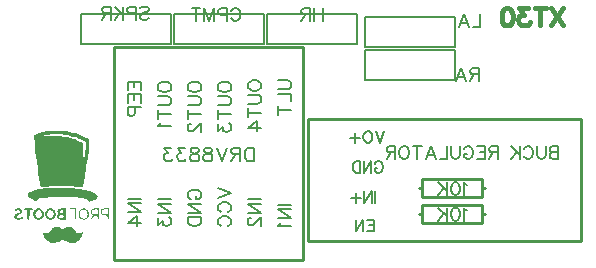
<source format=gbo>
G04 Layer: BottomSilkscreenLayer*
G04 EasyEDA v6.5.22, 2023-03-28 23:00:35*
G04 5c3957acffbf4fda84b53d144d602fd1,1f4b798e1f424c36b07c5063a1ef9d4e,10*
G04 Gerber Generator version 0.2*
G04 Scale: 100 percent, Rotated: No, Reflected: No *
G04 Dimensions in millimeters *
G04 leading zeros omitted , absolute positions ,4 integer and 5 decimal *
%FSLAX45Y45*%
%MOMM*%

%ADD10C,0.4000*%
%ADD11C,0.1524*%
%ADD12C,0.2032*%
%ADD13C,0.2000*%
%ADD14C,0.2540*%
%ADD15C,0.2030*%
%ADD16C,0.0148*%

%LPD*%
G36*
X385826Y1414780D02*
G01*
X356260Y1414170D01*
X341731Y1413560D01*
X327660Y1412697D01*
X301498Y1410309D01*
X289864Y1408785D01*
X279400Y1407058D01*
X270306Y1405128D01*
X260045Y1402232D01*
X246532Y1397711D01*
X233222Y1392732D01*
X221792Y1387856D01*
X197815Y1375460D01*
X198311Y1368094D01*
X267411Y1368094D01*
X271272Y1370177D01*
X284327Y1375460D01*
X292506Y1377594D01*
X302615Y1379474D01*
X314350Y1381048D01*
X327456Y1382369D01*
X341680Y1383385D01*
X356666Y1384096D01*
X372262Y1384503D01*
X403961Y1384350D01*
X419557Y1383741D01*
X434593Y1382826D01*
X448818Y1381556D01*
X461975Y1379982D01*
X474218Y1377950D01*
X487324Y1375257D01*
X501396Y1372006D01*
X530961Y1364081D01*
X553212Y1357325D01*
X567537Y1352600D01*
X580999Y1347825D01*
X593344Y1343152D01*
X604316Y1338630D01*
X613460Y1334312D01*
X620623Y1330401D01*
X624992Y1327505D01*
X628599Y1324457D01*
X631494Y1320952D01*
X633628Y1316482D01*
X635000Y1310741D01*
X635711Y1303274D01*
X635762Y1293774D01*
X635101Y1281734D01*
X633780Y1266901D01*
X629310Y1227023D01*
X619963Y1152347D01*
X616762Y1128217D01*
X614172Y1110843D01*
X612140Y1100124D01*
X611378Y1097280D01*
X610666Y1096060D01*
X610412Y1096111D01*
X609904Y1097381D01*
X609295Y1104950D01*
X609041Y1119073D01*
X609650Y1166926D01*
X612851Y1313484D01*
X573278Y1331468D01*
X562457Y1335938D01*
X551332Y1340256D01*
X539800Y1344269D01*
X528015Y1348079D01*
X515924Y1351635D01*
X503631Y1354937D01*
X491083Y1357985D01*
X478332Y1360779D01*
X452424Y1365554D01*
X426008Y1369263D01*
X412699Y1370736D01*
X399338Y1371904D01*
X372668Y1373378D01*
X346202Y1373733D01*
X333095Y1373428D01*
X320090Y1372870D01*
X307289Y1372006D01*
X294640Y1370787D01*
X269087Y1367586D01*
X267411Y1368094D01*
X198311Y1368094D01*
X202234Y1311402D01*
X204063Y1289862D01*
X208838Y1242669D01*
X213258Y1204417D01*
X220217Y1150924D01*
X228041Y1095959D01*
X234442Y1054760D01*
X241147Y1014323D01*
X248970Y970635D01*
X252323Y954176D01*
X253796Y948385D01*
X255219Y944016D01*
X256641Y940816D01*
X258064Y938733D01*
X259638Y937564D01*
X261416Y937158D01*
X263398Y937310D01*
X267462Y938377D01*
X272542Y939241D01*
X288137Y940816D01*
X309829Y942136D01*
X336296Y943152D01*
X366115Y943914D01*
X398018Y944321D01*
X438607Y944422D01*
X470052Y944067D01*
X499059Y943406D01*
X524306Y942340D01*
X544372Y940917D01*
X565099Y939037D01*
X581609Y937920D01*
X594106Y937463D01*
X602996Y937768D01*
X606196Y938123D01*
X608584Y938733D01*
X610260Y939444D01*
X611225Y940409D01*
X612038Y942543D01*
X615442Y956868D01*
X619302Y975918D01*
X629005Y1028192D01*
X640892Y1097381D01*
X650036Y1155192D01*
X653440Y1178966D01*
X656539Y1204112D01*
X659536Y1233119D01*
X662127Y1262329D01*
X664006Y1288186D01*
X667308Y1343964D01*
X624586Y1365199D01*
X615594Y1369364D01*
X606145Y1373378D01*
X596392Y1377238D01*
X586181Y1380998D01*
X575614Y1384604D01*
X553364Y1391412D01*
X529488Y1397609D01*
X504037Y1403350D01*
X476910Y1408480D01*
X464870Y1410462D01*
X453796Y1411833D01*
X441655Y1412951D01*
X414832Y1414373D01*
G37*
G36*
X435508Y933094D02*
G01*
X410209Y932687D01*
X382778Y931875D01*
X333552Y929436D01*
X306882Y927608D01*
X282956Y925525D01*
X262940Y923239D01*
X249580Y921258D01*
X232460Y918260D01*
X216814Y915009D01*
X202590Y911504D01*
X189941Y907745D01*
X178765Y903782D01*
X169113Y899566D01*
X161036Y895146D01*
X157581Y892860D01*
X154533Y890524D01*
X151892Y888136D01*
X149606Y885698D01*
X147777Y883208D01*
X146354Y880668D01*
X145288Y878078D01*
X144678Y875436D01*
X144475Y872794D01*
X144729Y869086D01*
X145491Y865530D01*
X146761Y862177D01*
X148691Y858875D01*
X151231Y855675D01*
X154432Y852474D01*
X158394Y849274D01*
X163169Y846023D01*
X168706Y842721D01*
X182422Y835609D01*
X210058Y823112D01*
X215798Y820877D01*
X219608Y819912D01*
X221945Y820267D01*
X223367Y821842D01*
X225806Y830173D01*
X227787Y833272D01*
X231038Y836066D01*
X235610Y838555D01*
X241604Y840841D01*
X249275Y842873D01*
X258622Y844702D01*
X269798Y846277D01*
X282905Y847699D01*
X298094Y848918D01*
X335178Y850950D01*
X381965Y852474D01*
X427532Y853389D01*
X467359Y853541D01*
X503529Y852982D01*
X535990Y851763D01*
X564692Y849884D01*
X577646Y848664D01*
X589584Y847293D01*
X600557Y845769D01*
X610565Y844042D01*
X619556Y842213D01*
X627583Y840181D01*
X634593Y837996D01*
X640588Y835609D01*
X645566Y833119D01*
X649478Y830427D01*
X652373Y827633D01*
X654253Y824636D01*
X656742Y818032D01*
X659841Y815390D01*
X664972Y814832D01*
X672846Y815949D01*
X680618Y818083D01*
X690321Y821486D01*
X700735Y825753D01*
X710641Y830427D01*
X718769Y835101D01*
X725322Y840079D01*
X730300Y845312D01*
X733602Y850696D01*
X735279Y856183D01*
X735228Y861771D01*
X733450Y867308D01*
X729945Y872744D01*
X726389Y876604D01*
X721969Y880364D01*
X716737Y884072D01*
X710742Y887628D01*
X703935Y891082D01*
X696315Y894435D01*
X687984Y897686D01*
X678840Y900836D01*
X658317Y906780D01*
X646887Y909574D01*
X621893Y914806D01*
X594055Y919581D01*
X563372Y923848D01*
X529945Y927608D01*
X493776Y930859D01*
X474726Y932281D01*
X457454Y932942D01*
G37*
G36*
X467258Y758545D02*
G01*
X428548Y756564D01*
X421589Y755853D01*
X415899Y754938D01*
X411226Y753770D01*
X407416Y752246D01*
X404368Y750366D01*
X401828Y748080D01*
X399694Y745286D01*
X396595Y739546D01*
X395579Y734415D01*
X396384Y730199D01*
X415137Y730199D01*
X415950Y735126D01*
X418592Y738530D01*
X423570Y740664D01*
X431292Y741934D01*
X439928Y742391D01*
X444804Y741070D01*
X446938Y737311D01*
X447395Y730199D01*
X446938Y723138D01*
X444804Y719328D01*
X439928Y718007D01*
X431292Y718464D01*
X423570Y719734D01*
X418592Y721918D01*
X415950Y725271D01*
X415137Y730199D01*
X396384Y730199D01*
X396646Y728827D01*
X403148Y714502D01*
X404266Y710031D01*
X403098Y707288D01*
X399745Y705408D01*
X397052Y703122D01*
X394817Y699008D01*
X393344Y693572D01*
X392985Y689660D01*
X412648Y689660D01*
X413207Y696315D01*
X415645Y700176D01*
X420878Y701903D01*
X430022Y702310D01*
X439166Y701903D01*
X444449Y700176D01*
X446836Y696315D01*
X447395Y689660D01*
X446836Y683006D01*
X444449Y679145D01*
X439166Y677418D01*
X430022Y677011D01*
X420878Y677418D01*
X415645Y679145D01*
X413207Y683006D01*
X412648Y689660D01*
X392985Y689660D01*
X392785Y687476D01*
X393039Y682853D01*
X393801Y678789D01*
X395122Y675233D01*
X397052Y672134D01*
X399592Y669493D01*
X402894Y667308D01*
X406908Y665530D01*
X411683Y664108D01*
X417322Y663041D01*
X423824Y662330D01*
X431241Y661924D01*
X467258Y661771D01*
G37*
G36*
X806094Y758088D02*
G01*
X799134Y757834D01*
X792683Y757224D01*
X786790Y756107D01*
X781405Y754634D01*
X776579Y752703D01*
X772363Y750417D01*
X768756Y747725D01*
X765759Y744728D01*
X763371Y741324D01*
X761695Y737565D01*
X760628Y733450D01*
X760272Y729030D01*
X760670Y724255D01*
X770534Y724255D01*
X770940Y730504D01*
X772718Y737819D01*
X775208Y742848D01*
X779627Y745947D01*
X786841Y747522D01*
X797864Y747928D01*
X819861Y747928D01*
X819861Y707390D01*
X797864Y707390D01*
X789686Y707847D01*
X782980Y709218D01*
X777748Y711504D01*
X773938Y714806D01*
X771550Y719023D01*
X770534Y724255D01*
X760670Y724255D01*
X760882Y721715D01*
X762762Y715314D01*
X765759Y709879D01*
X769975Y705408D01*
X775360Y701852D01*
X781913Y699312D01*
X789533Y697788D01*
X798322Y697280D01*
X810666Y696976D01*
X814527Y696264D01*
X817118Y694994D01*
X818692Y692861D01*
X819505Y689711D01*
X819810Y685342D01*
X819861Y679551D01*
X820267Y672642D01*
X821334Y667004D01*
X822909Y663194D01*
X824839Y661771D01*
X825906Y662686D01*
X826871Y665276D01*
X827735Y669442D01*
X828446Y675081D01*
X829462Y690321D01*
X829818Y709930D01*
X829818Y758088D01*
G37*
G36*
X720547Y758088D02*
G01*
X713435Y757783D01*
X706780Y756869D01*
X700735Y755396D01*
X695248Y753465D01*
X690372Y751078D01*
X686155Y748233D01*
X682599Y745032D01*
X679754Y741527D01*
X677672Y737717D01*
X676351Y733704D01*
X675792Y729488D01*
X676008Y725779D01*
X687019Y725779D01*
X687324Y731367D01*
X688594Y736447D01*
X690829Y740410D01*
X694690Y743407D01*
X700684Y745794D01*
X708101Y747369D01*
X716178Y747928D01*
X727303Y747623D01*
X730707Y746861D01*
X732993Y745388D01*
X734415Y742950D01*
X735126Y739343D01*
X735431Y734314D01*
X735431Y707390D01*
X713181Y707390D01*
X701344Y707796D01*
X694182Y709574D01*
X690168Y713435D01*
X687832Y720140D01*
X687019Y725779D01*
X676008Y725779D01*
X677214Y720699D01*
X679196Y716178D01*
X682142Y711657D01*
X686054Y707136D01*
X696214Y696772D01*
X685647Y679297D01*
X681939Y672490D01*
X679602Y666902D01*
X678942Y663194D01*
X680008Y661771D01*
X682802Y663194D01*
X686663Y667004D01*
X691184Y672642D01*
X701598Y688086D01*
X707237Y693521D01*
X713486Y696417D01*
X720953Y697280D01*
X728827Y696772D01*
X733196Y694486D01*
X735076Y689152D01*
X735838Y672642D01*
X736904Y667004D01*
X738479Y663194D01*
X740410Y661771D01*
X741476Y662686D01*
X742442Y665276D01*
X743305Y669442D01*
X744016Y675081D01*
X745032Y690321D01*
X745388Y709930D01*
X745388Y758088D01*
G37*
G36*
X618744Y758088D02*
G01*
X614172Y757682D01*
X609498Y756615D01*
X604875Y754888D01*
X600252Y752602D01*
X595833Y749808D01*
X591667Y746556D01*
X587756Y742899D01*
X584250Y738936D01*
X581202Y734720D01*
X578662Y730300D01*
X576783Y725779D01*
X575513Y721207D01*
X574751Y715365D01*
X574551Y709726D01*
X586232Y709726D01*
X586435Y715670D01*
X587146Y721461D01*
X588416Y726897D01*
X590245Y731875D01*
X592632Y736142D01*
X595528Y739546D01*
X600608Y743204D01*
X606602Y745744D01*
X613105Y747217D01*
X619861Y747623D01*
X626516Y746963D01*
X632815Y745236D01*
X638352Y742492D01*
X642823Y738682D01*
X646125Y733450D01*
X648716Y726287D01*
X650392Y717905D01*
X651052Y709066D01*
X650646Y702919D01*
X649630Y697179D01*
X647954Y691896D01*
X645718Y687120D01*
X643026Y682904D01*
X639826Y679196D01*
X636270Y676097D01*
X632358Y673608D01*
X628192Y671779D01*
X623773Y670610D01*
X619252Y670153D01*
X614578Y670458D01*
X609904Y671525D01*
X605282Y673404D01*
X600659Y676097D01*
X596239Y679704D01*
X593242Y683158D01*
X590753Y687476D01*
X588822Y692454D01*
X587451Y697941D01*
X586536Y703732D01*
X586232Y709726D01*
X574548Y709625D01*
X574903Y704088D01*
X575767Y698703D01*
X577189Y693521D01*
X579069Y688594D01*
X581406Y684022D01*
X584149Y679704D01*
X587349Y675843D01*
X590905Y672338D01*
X594817Y669239D01*
X599033Y666648D01*
X603605Y664565D01*
X608431Y663041D01*
X613460Y662127D01*
X618744Y661771D01*
X623773Y662076D01*
X628599Y662838D01*
X633120Y664108D01*
X637336Y665784D01*
X641299Y667918D01*
X644956Y670458D01*
X648309Y673303D01*
X651306Y676503D01*
X654050Y679958D01*
X656386Y683717D01*
X658368Y687679D01*
X659993Y691794D01*
X661263Y696112D01*
X662178Y700582D01*
X662635Y705154D01*
X662686Y709726D01*
X662381Y714400D01*
X661568Y719074D01*
X660349Y723696D01*
X658723Y728268D01*
X656590Y732739D01*
X653999Y737057D01*
X650900Y741273D01*
X647293Y745286D01*
X640842Y750824D01*
X633882Y754837D01*
X626516Y757275D01*
G37*
G36*
X524103Y758088D02*
G01*
X510590Y757732D01*
X500938Y756716D01*
X495503Y755142D01*
X494588Y753008D01*
X497738Y751027D01*
X503986Y749452D01*
X512419Y748334D01*
X522224Y747928D01*
X546760Y747928D01*
X546709Y724357D01*
X546354Y719988D01*
X545439Y716788D01*
X543763Y714603D01*
X540918Y713181D01*
X536752Y712368D01*
X523138Y711555D01*
X499567Y710641D01*
X546760Y706831D01*
X546760Y684326D01*
X547116Y675589D01*
X548182Y668426D01*
X549757Y663549D01*
X551688Y661771D01*
X552754Y662686D01*
X553720Y665276D01*
X554583Y669442D01*
X555904Y682091D01*
X556564Y699617D01*
X556666Y758088D01*
G37*
G36*
X149453Y758088D02*
G01*
X129743Y757732D01*
X122783Y757275D01*
X117551Y756564D01*
X113842Y755599D01*
X111404Y754227D01*
X110083Y752551D01*
X109728Y750468D01*
X110642Y747166D01*
X113436Y744778D01*
X118110Y743356D01*
X124612Y742899D01*
X139496Y742899D01*
X139547Y689914D01*
X139801Y680313D01*
X140258Y673150D01*
X141071Y668121D01*
X142290Y664819D01*
X144068Y662889D01*
X146405Y662025D01*
X149453Y661771D01*
X152501Y662025D01*
X154838Y662889D01*
X156565Y664819D01*
X157835Y668121D01*
X158648Y673150D01*
X159105Y680313D01*
X159359Y702310D01*
X159359Y742899D01*
X174294Y742899D01*
X180797Y743356D01*
X185470Y744778D01*
X188264Y747166D01*
X189179Y750468D01*
X188772Y752551D01*
X187452Y754227D01*
X185064Y755599D01*
X181305Y756564D01*
X176072Y757275D01*
X169164Y757732D01*
G37*
G36*
X336397Y757986D02*
G01*
X332232Y757732D01*
X328117Y757072D01*
X324104Y755954D01*
X320243Y754532D01*
X316484Y752703D01*
X312877Y750519D01*
X309524Y748080D01*
X306324Y745286D01*
X303377Y742238D01*
X300685Y738886D01*
X298297Y735330D01*
X296214Y731570D01*
X294487Y727557D01*
X293065Y723392D01*
X292049Y719023D01*
X291439Y714552D01*
X291287Y709930D01*
X308356Y709930D01*
X309168Y715670D01*
X311302Y721868D01*
X314452Y727811D01*
X318312Y732739D01*
X322580Y736752D01*
X326542Y739698D01*
X330352Y741578D01*
X334111Y742340D01*
X338023Y742086D01*
X342239Y740765D01*
X346811Y738378D01*
X351942Y734974D01*
X355549Y731875D01*
X358394Y728167D01*
X360527Y724052D01*
X361950Y719582D01*
X362762Y714857D01*
X362966Y710031D01*
X362559Y705154D01*
X361594Y700328D01*
X360019Y695706D01*
X357987Y691388D01*
X355498Y687425D01*
X352501Y683920D01*
X349097Y681075D01*
X345287Y678891D01*
X341071Y677468D01*
X336499Y677011D01*
X331774Y677824D01*
X326898Y680110D01*
X322173Y683615D01*
X317804Y688035D01*
X313994Y693166D01*
X311048Y698703D01*
X309067Y704392D01*
X308356Y709930D01*
X291287Y709930D01*
X291541Y705154D01*
X292252Y700379D01*
X293522Y695452D01*
X295300Y690524D01*
X298043Y684631D01*
X301294Y679450D01*
X304901Y674827D01*
X308914Y670915D01*
X313232Y667613D01*
X317804Y665022D01*
X322630Y663092D01*
X327660Y661822D01*
X332790Y661263D01*
X338023Y661365D01*
X343357Y662228D01*
X348640Y663752D01*
X353872Y666038D01*
X359054Y669036D01*
X364083Y672744D01*
X368960Y677265D01*
X373430Y681990D01*
X376885Y686104D01*
X379425Y689914D01*
X381101Y693674D01*
X382016Y697687D01*
X382320Y702208D01*
X382016Y707542D01*
X381304Y713994D01*
X379272Y724052D01*
X375970Y732790D01*
X371398Y740359D01*
X365506Y746658D01*
X361492Y749858D01*
X357428Y752449D01*
X353263Y754532D01*
X349046Y756158D01*
X344830Y757224D01*
X340614Y757834D01*
G37*
G36*
X235813Y757936D02*
G01*
X230581Y757580D01*
X225348Y756564D01*
X220217Y754888D01*
X215138Y752551D01*
X210261Y749503D01*
X205587Y745845D01*
X201676Y742188D01*
X198526Y738733D01*
X196088Y735228D01*
X194259Y731469D01*
X192989Y727252D01*
X192227Y722426D01*
X191770Y716686D01*
X191669Y710031D01*
X209753Y710031D01*
X210464Y716229D01*
X212191Y722172D01*
X215036Y727760D01*
X218948Y732739D01*
X223418Y736701D01*
X228193Y739902D01*
X232664Y742086D01*
X236372Y742899D01*
X240842Y742035D01*
X245516Y739698D01*
X250088Y736142D01*
X254355Y731672D01*
X258064Y726541D01*
X261010Y721004D01*
X262991Y715365D01*
X263652Y709930D01*
X262940Y704240D01*
X260959Y698500D01*
X257911Y692962D01*
X254050Y687882D01*
X249580Y683514D01*
X244703Y680059D01*
X239623Y677824D01*
X234645Y677011D01*
X229057Y677722D01*
X224078Y679856D01*
X219760Y683107D01*
X216154Y687324D01*
X213309Y692353D01*
X211226Y697941D01*
X210058Y703884D01*
X209753Y710031D01*
X191668Y709930D01*
X191770Y703173D01*
X192227Y697433D01*
X192989Y692607D01*
X194259Y688390D01*
X196088Y684682D01*
X198526Y681177D01*
X201676Y677672D01*
X205587Y674014D01*
X210210Y670407D01*
X214934Y667359D01*
X219811Y665022D01*
X224739Y663244D01*
X229717Y662076D01*
X234746Y661568D01*
X239674Y661568D01*
X244551Y662228D01*
X249326Y663448D01*
X253949Y665226D01*
X258368Y667613D01*
X262585Y670509D01*
X266496Y674014D01*
X270154Y678027D01*
X273456Y682548D01*
X276352Y687628D01*
X278536Y692607D01*
X280111Y697687D01*
X281127Y702818D01*
X281533Y707999D01*
X281381Y713130D01*
X280670Y718261D01*
X279400Y723341D01*
X277571Y728268D01*
X275183Y733044D01*
X272288Y737666D01*
X268833Y742035D01*
X264871Y746201D01*
X260553Y749808D01*
X255930Y752754D01*
X251104Y755040D01*
X246125Y756666D01*
X240995Y757631D01*
G37*
G36*
X67513Y756869D02*
G01*
X58419Y756310D01*
X45110Y754126D01*
X37846Y751332D01*
X35458Y747115D01*
X36931Y740613D01*
X38912Y736955D01*
X41656Y735431D01*
X45872Y735990D01*
X57505Y740460D01*
X63042Y741629D01*
X68173Y741883D01*
X72136Y741172D01*
X76098Y738987D01*
X78587Y736193D01*
X79705Y733094D01*
X79451Y729843D01*
X77927Y726643D01*
X75184Y723747D01*
X71272Y721309D01*
X66243Y719582D01*
X58369Y717296D01*
X51358Y714451D01*
X45262Y711098D01*
X40132Y707288D01*
X35966Y703122D01*
X32867Y698703D01*
X30784Y694029D01*
X29870Y689203D01*
X30073Y684276D01*
X31495Y679348D01*
X34137Y674471D01*
X38049Y669747D01*
X41452Y667054D01*
X45669Y664921D01*
X50546Y663346D01*
X55930Y662330D01*
X61671Y661771D01*
X67564Y661720D01*
X73456Y662076D01*
X79197Y662889D01*
X84632Y664057D01*
X89611Y665581D01*
X93980Y667461D01*
X97536Y669645D01*
X100126Y672084D01*
X101650Y674725D01*
X101854Y677621D01*
X100685Y680720D01*
X98094Y683514D01*
X94437Y684479D01*
X89154Y683717D01*
X75742Y679297D01*
X70053Y678281D01*
X64769Y677976D01*
X59994Y678434D01*
X55930Y679551D01*
X52832Y681380D01*
X50850Y683818D01*
X50139Y686866D01*
X51968Y689762D01*
X57048Y693877D01*
X64566Y698652D01*
X80314Y707034D01*
X85953Y710793D01*
X90678Y714654D01*
X94488Y718616D01*
X97282Y722680D01*
X99110Y726795D01*
X99923Y730910D01*
X99771Y734974D01*
X98602Y738987D01*
X96418Y742899D01*
X93167Y746709D01*
X88900Y750316D01*
X82651Y753922D01*
X75590Y756107D01*
G37*
G36*
X391617Y601522D02*
G01*
X384606Y600913D01*
X377647Y599694D01*
X370941Y597712D01*
X364591Y595071D01*
X358648Y591718D01*
X353263Y587705D01*
X346659Y581406D01*
X340156Y574040D01*
X334518Y566572D01*
X326136Y552805D01*
X321360Y548335D01*
X315518Y545947D01*
X307898Y545236D01*
X301294Y545642D01*
X294436Y546760D01*
X288137Y548436D01*
X279146Y552348D01*
X276199Y552805D01*
X274472Y551738D01*
X273812Y549198D01*
X274370Y545033D01*
X276047Y539242D01*
X278892Y531723D01*
X282854Y522376D01*
X286054Y515975D01*
X289864Y509676D01*
X294284Y503478D01*
X299110Y497484D01*
X304342Y491794D01*
X309880Y486460D01*
X315620Y481533D01*
X321462Y477215D01*
X327304Y473456D01*
X333146Y470357D01*
X338836Y468071D01*
X344271Y466598D01*
X349707Y465937D01*
X355854Y465734D01*
X362559Y465988D01*
X369722Y466699D01*
X377190Y467817D01*
X384810Y469290D01*
X392480Y471170D01*
X400050Y473354D01*
X407365Y475792D01*
X414324Y478535D01*
X420725Y481482D01*
X436219Y490169D01*
X442620Y491947D01*
X448513Y489915D01*
X456742Y484073D01*
X460146Y481888D01*
X464616Y479602D01*
X469950Y477316D01*
X482396Y472948D01*
X496011Y469392D01*
X502767Y468020D01*
X521157Y465226D01*
X527812Y464769D01*
X533501Y465023D01*
X538734Y466090D01*
X544017Y468020D01*
X549859Y470865D01*
X556818Y474675D01*
X560832Y477113D01*
X564845Y480009D01*
X568858Y483260D01*
X576783Y490778D01*
X584352Y499364D01*
X587959Y503986D01*
X594664Y513740D01*
X600506Y523900D01*
X603046Y529082D01*
X607263Y539343D01*
X608838Y544423D01*
X610362Y550570D01*
X610057Y553415D01*
X607466Y553313D01*
X602183Y550722D01*
X597052Y548589D01*
X590600Y546862D01*
X583590Y545693D01*
X576935Y545236D01*
X568909Y546049D01*
X562406Y549097D01*
X556412Y554990D01*
X544271Y572668D01*
X537972Y580593D01*
X531672Y587349D01*
X526186Y592124D01*
X522071Y594614D01*
X517398Y596646D01*
X512267Y598220D01*
X506780Y599440D01*
X500989Y600202D01*
X495046Y600557D01*
X489051Y600557D01*
X483006Y600151D01*
X477113Y599389D01*
X471373Y598220D01*
X465988Y596747D01*
X460959Y594918D01*
X456438Y592734D01*
X452475Y590194D01*
X449173Y587400D01*
X446684Y584250D01*
X444347Y582980D01*
X440588Y583590D01*
X435660Y585978D01*
X424484Y593750D01*
X418592Y596747D01*
X412242Y598982D01*
X405536Y600557D01*
X398627Y601370D01*
G37*
D10*
X4673600Y2450063D02*
G01*
X4578146Y2306881D01*
X4578146Y2450063D02*
G01*
X4673600Y2306881D01*
X4485419Y2450063D02*
G01*
X4485419Y2306881D01*
X4533145Y2450063D02*
G01*
X4437692Y2450063D01*
X4379053Y2450063D02*
G01*
X4304055Y2450063D01*
X4344964Y2395517D01*
X4324510Y2395517D01*
X4310872Y2388699D01*
X4304055Y2381882D01*
X4297238Y2361427D01*
X4297238Y2347790D01*
X4304055Y2327335D01*
X4317692Y2313698D01*
X4338147Y2306881D01*
X4358599Y2306881D01*
X4379053Y2313698D01*
X4385873Y2320518D01*
X4392691Y2334153D01*
X4211327Y2450063D02*
G01*
X4231782Y2443246D01*
X4245419Y2422791D01*
X4252236Y2388699D01*
X4252236Y2368245D01*
X4245419Y2334153D01*
X4231782Y2313698D01*
X4211327Y2306881D01*
X4197692Y2306881D01*
X4177238Y2313698D01*
X4163601Y2334153D01*
X4156783Y2368245D01*
X4156783Y2388699D01*
X4163601Y2422791D01*
X4177238Y2443246D01*
X4197692Y2450063D01*
X4211327Y2450063D01*
D11*
X4635500Y1283738D02*
G01*
X4635500Y1174635D01*
X4635500Y1283738D02*
G01*
X4588741Y1283738D01*
X4573155Y1278544D01*
X4567958Y1273347D01*
X4562764Y1262956D01*
X4562764Y1252565D01*
X4567958Y1242174D01*
X4573155Y1236979D01*
X4588741Y1231785D01*
X4635500Y1231785D02*
G01*
X4588741Y1231785D01*
X4573155Y1226588D01*
X4567958Y1221394D01*
X4562764Y1211003D01*
X4562764Y1195415D01*
X4567958Y1185024D01*
X4573155Y1179829D01*
X4588741Y1174635D01*
X4635500Y1174635D01*
X4528474Y1283738D02*
G01*
X4528474Y1205806D01*
X4523277Y1190221D01*
X4512886Y1179829D01*
X4497301Y1174635D01*
X4486909Y1174635D01*
X4471324Y1179829D01*
X4460933Y1190221D01*
X4455736Y1205806D01*
X4455736Y1283738D01*
X4343514Y1257762D02*
G01*
X4348711Y1268153D01*
X4359102Y1278544D01*
X4369493Y1283738D01*
X4390275Y1283738D01*
X4400664Y1278544D01*
X4411055Y1268153D01*
X4416252Y1257762D01*
X4421446Y1242174D01*
X4421446Y1216197D01*
X4416252Y1200612D01*
X4411055Y1190221D01*
X4400664Y1179829D01*
X4390275Y1174635D01*
X4369493Y1174635D01*
X4359102Y1179829D01*
X4348711Y1190221D01*
X4343514Y1200612D01*
X4309224Y1283738D02*
G01*
X4309224Y1174635D01*
X4236488Y1283738D02*
G01*
X4309224Y1211003D01*
X4283247Y1236979D02*
G01*
X4236488Y1174635D01*
X4122188Y1283738D02*
G01*
X4122188Y1174635D01*
X4122188Y1283738D02*
G01*
X4075429Y1283738D01*
X4059844Y1278544D01*
X4054647Y1273347D01*
X4049453Y1262956D01*
X4049453Y1252565D01*
X4054647Y1242174D01*
X4059844Y1236979D01*
X4075429Y1231785D01*
X4122188Y1231785D01*
X4085821Y1231785D02*
G01*
X4049453Y1174635D01*
X4015163Y1283738D02*
G01*
X4015163Y1174635D01*
X4015163Y1283738D02*
G01*
X3947622Y1283738D01*
X4015163Y1231785D02*
G01*
X3973598Y1231785D01*
X4015163Y1174635D02*
G01*
X3947622Y1174635D01*
X3835400Y1257762D02*
G01*
X3840594Y1268153D01*
X3850985Y1278544D01*
X3861376Y1283738D01*
X3882158Y1283738D01*
X3892550Y1278544D01*
X3902941Y1268153D01*
X3908135Y1257762D01*
X3913332Y1242174D01*
X3913332Y1216197D01*
X3908135Y1200612D01*
X3902941Y1190221D01*
X3892550Y1179829D01*
X3882158Y1174635D01*
X3861376Y1174635D01*
X3850985Y1179829D01*
X3840594Y1190221D01*
X3835400Y1200612D01*
X3835400Y1216197D01*
X3861376Y1216197D02*
G01*
X3835400Y1216197D01*
X3801109Y1283738D02*
G01*
X3801109Y1205806D01*
X3795915Y1190221D01*
X3785524Y1179829D01*
X3769936Y1174635D01*
X3759545Y1174635D01*
X3743959Y1179829D01*
X3733568Y1190221D01*
X3728374Y1205806D01*
X3728374Y1283738D01*
X3694084Y1283738D02*
G01*
X3694084Y1174635D01*
X3694084Y1174635D02*
G01*
X3631737Y1174635D01*
X3555885Y1283738D02*
G01*
X3597447Y1174635D01*
X3555885Y1283738D02*
G01*
X3514321Y1174635D01*
X3581862Y1211003D02*
G01*
X3529906Y1211003D01*
X3443663Y1283738D02*
G01*
X3443663Y1174635D01*
X3480031Y1283738D02*
G01*
X3407295Y1283738D01*
X3341832Y1283738D02*
G01*
X3352223Y1278544D01*
X3362614Y1268153D01*
X3367808Y1257762D01*
X3373005Y1242174D01*
X3373005Y1216197D01*
X3367808Y1200612D01*
X3362614Y1190221D01*
X3352223Y1179829D01*
X3341832Y1174635D01*
X3321050Y1174635D01*
X3310658Y1179829D01*
X3300267Y1190221D01*
X3295073Y1200612D01*
X3289876Y1216197D01*
X3289876Y1242174D01*
X3295073Y1257762D01*
X3300267Y1268153D01*
X3310658Y1278544D01*
X3321050Y1283738D01*
X3341832Y1283738D01*
X3255586Y1283738D02*
G01*
X3255586Y1174635D01*
X3255586Y1283738D02*
G01*
X3208827Y1283738D01*
X3193242Y1278544D01*
X3188045Y1273347D01*
X3182851Y1262956D01*
X3182851Y1252565D01*
X3188045Y1242174D01*
X3193242Y1236979D01*
X3208827Y1231785D01*
X3255586Y1231785D01*
X3219218Y1231785D02*
G01*
X3182851Y1174635D01*
D12*
X3073400Y659709D02*
G01*
X3073400Y564253D01*
X3073400Y659709D02*
G01*
X3014309Y659709D01*
X3073400Y614253D02*
G01*
X3037037Y614253D01*
X3073400Y564253D02*
G01*
X3014309Y564253D01*
X2984309Y659709D02*
G01*
X2984309Y564253D01*
X2984309Y659709D02*
G01*
X2920672Y564253D01*
X2920672Y659709D02*
G01*
X2920672Y564253D01*
X3086100Y901009D02*
G01*
X3086100Y805553D01*
X3056100Y901009D02*
G01*
X3056100Y805553D01*
X3056100Y901009D02*
G01*
X2992462Y805553D01*
X2992462Y901009D02*
G01*
X2992462Y805553D01*
X2921553Y887371D02*
G01*
X2921553Y805553D01*
X2962462Y846462D02*
G01*
X2880647Y846462D01*
X3081418Y1132281D02*
G01*
X3085962Y1141371D01*
X3095053Y1150462D01*
X3104146Y1155009D01*
X3122328Y1155009D01*
X3131418Y1150462D01*
X3140509Y1141371D01*
X3145053Y1132281D01*
X3149600Y1118646D01*
X3149600Y1095918D01*
X3145053Y1082281D01*
X3140509Y1073190D01*
X3131418Y1064099D01*
X3122328Y1059553D01*
X3104146Y1059553D01*
X3095053Y1064099D01*
X3085962Y1073190D01*
X3081418Y1082281D01*
X3081418Y1095918D01*
X3104146Y1095918D02*
G01*
X3081418Y1095918D01*
X3051418Y1155009D02*
G01*
X3051418Y1059553D01*
X3051418Y1155009D02*
G01*
X2987781Y1059553D01*
X2987781Y1155009D02*
G01*
X2987781Y1059553D01*
X2957781Y1155009D02*
G01*
X2957781Y1059553D01*
X2957781Y1155009D02*
G01*
X2925963Y1155009D01*
X2912328Y1150462D01*
X2903237Y1141371D01*
X2898691Y1132281D01*
X2894147Y1118646D01*
X2894147Y1095918D01*
X2898691Y1082281D01*
X2903237Y1073190D01*
X2912328Y1064099D01*
X2925963Y1059553D01*
X2957781Y1059553D01*
X3162300Y1409009D02*
G01*
X3125937Y1313553D01*
X3089572Y1409009D02*
G01*
X3125937Y1313553D01*
X3032300Y1409009D02*
G01*
X3041390Y1404462D01*
X3050481Y1395371D01*
X3055028Y1386281D01*
X3059572Y1372646D01*
X3059572Y1349918D01*
X3055028Y1336281D01*
X3050481Y1327190D01*
X3041390Y1318099D01*
X3032300Y1313553D01*
X3014118Y1313553D01*
X3005028Y1318099D01*
X2995937Y1327190D01*
X2991391Y1336281D01*
X2986846Y1349918D01*
X2986846Y1372646D01*
X2991391Y1386281D01*
X2995937Y1395371D01*
X3005028Y1404462D01*
X3014118Y1409009D01*
X3032300Y1409009D01*
X2915937Y1395371D02*
G01*
X2915937Y1313553D01*
X2956847Y1354462D02*
G01*
X2875028Y1354462D01*
D11*
X1865167Y2426162D02*
G01*
X1870364Y2436553D01*
X1880755Y2446944D01*
X1891144Y2452138D01*
X1911926Y2452138D01*
X1922317Y2446944D01*
X1932708Y2436553D01*
X1937905Y2426162D01*
X1943100Y2410574D01*
X1943100Y2384597D01*
X1937905Y2369012D01*
X1932708Y2358621D01*
X1922317Y2348229D01*
X1911926Y2343035D01*
X1891144Y2343035D01*
X1880755Y2348229D01*
X1870364Y2358621D01*
X1865167Y2369012D01*
X1830877Y2452138D02*
G01*
X1830877Y2343035D01*
X1830877Y2452138D02*
G01*
X1784118Y2452138D01*
X1768533Y2446944D01*
X1763336Y2441747D01*
X1758142Y2431356D01*
X1758142Y2415771D01*
X1763336Y2405379D01*
X1768533Y2400185D01*
X1784118Y2394988D01*
X1830877Y2394988D01*
X1723852Y2452138D02*
G01*
X1723852Y2343035D01*
X1723852Y2452138D02*
G01*
X1682287Y2343035D01*
X1640725Y2452138D02*
G01*
X1682287Y2343035D01*
X1640725Y2452138D02*
G01*
X1640725Y2343035D01*
X1570065Y2452138D02*
G01*
X1570065Y2343035D01*
X1606435Y2452138D02*
G01*
X1533697Y2452138D01*
X2641600Y2452138D02*
G01*
X2641600Y2343035D01*
X2568864Y2452138D02*
G01*
X2568864Y2343035D01*
X2641600Y2400185D02*
G01*
X2568864Y2400185D01*
X2534574Y2452138D02*
G01*
X2534574Y2343035D01*
X2534574Y2452138D02*
G01*
X2487815Y2452138D01*
X2472227Y2446944D01*
X2467033Y2441747D01*
X2461836Y2431356D01*
X2461836Y2420965D01*
X2467033Y2410574D01*
X2472227Y2405379D01*
X2487815Y2400185D01*
X2534574Y2400185D01*
X2498204Y2400185D02*
G01*
X2461836Y2343035D01*
X3975100Y2401338D02*
G01*
X3975100Y2292235D01*
X3975100Y2292235D02*
G01*
X3912755Y2292235D01*
X3836901Y2401338D02*
G01*
X3878465Y2292235D01*
X3836901Y2401338D02*
G01*
X3795336Y2292235D01*
X3862877Y2328603D02*
G01*
X3810924Y2328603D01*
X3860800Y958156D02*
G01*
X3850408Y963353D01*
X3834823Y978938D01*
X3834823Y869835D01*
X3769359Y978938D02*
G01*
X3784945Y973744D01*
X3795336Y958156D01*
X3800533Y932179D01*
X3800533Y916594D01*
X3795336Y890615D01*
X3784945Y875029D01*
X3769359Y869835D01*
X3758968Y869835D01*
X3743383Y875029D01*
X3732992Y890615D01*
X3727795Y916594D01*
X3727795Y932179D01*
X3732992Y958156D01*
X3743383Y973744D01*
X3758968Y978938D01*
X3769359Y978938D01*
X3693505Y978938D02*
G01*
X3693505Y869835D01*
X3620770Y978938D02*
G01*
X3693505Y906203D01*
X3667528Y932179D02*
G01*
X3620770Y869835D01*
X3962400Y1944138D02*
G01*
X3962400Y1835035D01*
X3962400Y1944138D02*
G01*
X3915641Y1944138D01*
X3900055Y1938944D01*
X3894858Y1933747D01*
X3889664Y1923356D01*
X3889664Y1912965D01*
X3894858Y1902574D01*
X3900055Y1897379D01*
X3915641Y1892185D01*
X3962400Y1892185D01*
X3926032Y1892185D02*
G01*
X3889664Y1835035D01*
X3813809Y1944138D02*
G01*
X3855374Y1835035D01*
X3813809Y1944138D02*
G01*
X3772245Y1835035D01*
X3839786Y1871403D02*
G01*
X3787833Y1871403D01*
D13*
X2260600Y783841D02*
G01*
X2375154Y783841D01*
X2260600Y747773D02*
G01*
X2375154Y747773D01*
X2260600Y747773D02*
G01*
X2375154Y671319D01*
X2260600Y671319D02*
G01*
X2375154Y671319D01*
X2282443Y635505D02*
G01*
X2277109Y624583D01*
X2260600Y608073D01*
X2375154Y608073D01*
X2006600Y832865D02*
G01*
X2121154Y832865D01*
X2006600Y796797D02*
G01*
X2121154Y796797D01*
X2006600Y796797D02*
G01*
X2121154Y720344D01*
X2006600Y720344D02*
G01*
X2121154Y720344D01*
X2034031Y678942D02*
G01*
X2028443Y678942D01*
X2017522Y673607D01*
X2012188Y668020D01*
X2006600Y657097D01*
X2006600Y635254D01*
X2012188Y624331D01*
X2017522Y618997D01*
X2028443Y613663D01*
X2039365Y613663D01*
X2050288Y618997D01*
X2066797Y629920D01*
X2121154Y684529D01*
X2121154Y608076D01*
X1752600Y931161D02*
G01*
X1867154Y887473D01*
X1752600Y843785D02*
G01*
X1867154Y887473D01*
X1780031Y725929D02*
G01*
X1769110Y731517D01*
X1758187Y742439D01*
X1752600Y753361D01*
X1752600Y775205D01*
X1758187Y786127D01*
X1769110Y797049D01*
X1780031Y802383D01*
X1796287Y807717D01*
X1823465Y807717D01*
X1839976Y802383D01*
X1850897Y797049D01*
X1861820Y786127D01*
X1867154Y775205D01*
X1867154Y753361D01*
X1861820Y742439D01*
X1850897Y731517D01*
X1839976Y725929D01*
X1780031Y608073D02*
G01*
X1769110Y613661D01*
X1758187Y624583D01*
X1752600Y635505D01*
X1752600Y657349D01*
X1758187Y668271D01*
X1769110Y679193D01*
X1780031Y684527D01*
X1796287Y690115D01*
X1823465Y690115D01*
X1839976Y684527D01*
X1850897Y679193D01*
X1861820Y668271D01*
X1867154Y657349D01*
X1867154Y635505D01*
X1861820Y624583D01*
X1850897Y613661D01*
X1839976Y608073D01*
X1526031Y832865D02*
G01*
X1515110Y838200D01*
X1504187Y849121D01*
X1498600Y860044D01*
X1498600Y881887D01*
X1504187Y892810D01*
X1515110Y903731D01*
X1526031Y909065D01*
X1542287Y914654D01*
X1569465Y914654D01*
X1585976Y909065D01*
X1596897Y903731D01*
X1607820Y892810D01*
X1613154Y881887D01*
X1613154Y860044D01*
X1607820Y849121D01*
X1596897Y838200D01*
X1585976Y832865D01*
X1569465Y832865D01*
X1569465Y860044D02*
G01*
X1569465Y832865D01*
X1498600Y796797D02*
G01*
X1613154Y796797D01*
X1498600Y796797D02*
G01*
X1613154Y720344D01*
X1498600Y720344D02*
G01*
X1613154Y720344D01*
X1498600Y684529D02*
G01*
X1613154Y684529D01*
X1498600Y684529D02*
G01*
X1498600Y646176D01*
X1504187Y629920D01*
X1515110Y618997D01*
X1526031Y613410D01*
X1542287Y608076D01*
X1569465Y608076D01*
X1585976Y613410D01*
X1596897Y618997D01*
X1607820Y629920D01*
X1613154Y646176D01*
X1613154Y684529D01*
X1244600Y832865D02*
G01*
X1359154Y832865D01*
X1244600Y796797D02*
G01*
X1359154Y796797D01*
X1244600Y796797D02*
G01*
X1359154Y720344D01*
X1244600Y720344D02*
G01*
X1359154Y720344D01*
X1244600Y673607D02*
G01*
X1244600Y613663D01*
X1288287Y646176D01*
X1288287Y629920D01*
X1293876Y618997D01*
X1299210Y613663D01*
X1315465Y608076D01*
X1326387Y608076D01*
X1342897Y613663D01*
X1353820Y624331D01*
X1359154Y640842D01*
X1359154Y657097D01*
X1353820Y673607D01*
X1348231Y678942D01*
X1337310Y684529D01*
X990600Y838200D02*
G01*
X1105154Y838200D01*
X990600Y802131D02*
G01*
X1105154Y802131D01*
X990600Y802131D02*
G01*
X1105154Y725678D01*
X990600Y725678D02*
G01*
X1105154Y725678D01*
X990600Y635254D02*
G01*
X1067054Y689863D01*
X1067054Y608076D01*
X990600Y635254D02*
G01*
X1105154Y635254D01*
X2260600Y1841500D02*
G01*
X2342388Y1841500D01*
X2358897Y1835912D01*
X2369820Y1824989D01*
X2375154Y1808734D01*
X2375154Y1797812D01*
X2369820Y1781555D01*
X2358897Y1770634D01*
X2342388Y1765045D01*
X2260600Y1765045D01*
X2260600Y1728978D02*
G01*
X2375154Y1728978D01*
X2375154Y1728978D02*
G01*
X2375154Y1663700D01*
X2260600Y1589531D02*
G01*
X2375154Y1589531D01*
X2260600Y1627631D02*
G01*
X2260600Y1551178D01*
X2006600Y1808734D02*
G01*
X2012188Y1819655D01*
X2023109Y1830578D01*
X2034031Y1835912D01*
X2050288Y1841500D01*
X2077465Y1841500D01*
X2093975Y1835912D01*
X2104897Y1830578D01*
X2115820Y1819655D01*
X2121154Y1808734D01*
X2121154Y1786889D01*
X2115820Y1775968D01*
X2104897Y1765045D01*
X2093975Y1759712D01*
X2077465Y1754123D01*
X2050288Y1754123D01*
X2034031Y1759712D01*
X2023109Y1765045D01*
X2012188Y1775968D01*
X2006600Y1786889D01*
X2006600Y1808734D01*
X2006600Y1718055D02*
G01*
X2088388Y1718055D01*
X2104897Y1712721D01*
X2115820Y1701800D01*
X2121154Y1685544D01*
X2121154Y1674621D01*
X2115820Y1658112D01*
X2104897Y1647189D01*
X2088388Y1641855D01*
X2006600Y1641855D01*
X2006600Y1567687D02*
G01*
X2121154Y1567687D01*
X2006600Y1605787D02*
G01*
X2006600Y1529334D01*
X2006600Y1438910D02*
G01*
X2083054Y1493520D01*
X2083054Y1411731D01*
X2006600Y1438910D02*
G01*
X2121154Y1438910D01*
X1752600Y1796034D02*
G01*
X1758187Y1806955D01*
X1769110Y1817878D01*
X1780031Y1823212D01*
X1796287Y1828800D01*
X1823465Y1828800D01*
X1839976Y1823212D01*
X1850897Y1817878D01*
X1861820Y1806955D01*
X1867154Y1796034D01*
X1867154Y1774189D01*
X1861820Y1763268D01*
X1850897Y1752345D01*
X1839976Y1747012D01*
X1823465Y1741423D01*
X1796287Y1741423D01*
X1780031Y1747012D01*
X1769110Y1752345D01*
X1758187Y1763268D01*
X1752600Y1774189D01*
X1752600Y1796034D01*
X1752600Y1705355D02*
G01*
X1834387Y1705355D01*
X1850897Y1700021D01*
X1861820Y1689100D01*
X1867154Y1672844D01*
X1867154Y1661921D01*
X1861820Y1645412D01*
X1850897Y1634489D01*
X1834387Y1629155D01*
X1752600Y1629155D01*
X1752600Y1554987D02*
G01*
X1867154Y1554987D01*
X1752600Y1593087D02*
G01*
X1752600Y1516634D01*
X1752600Y1469897D02*
G01*
X1752600Y1409954D01*
X1796287Y1442465D01*
X1796287Y1426210D01*
X1801876Y1415287D01*
X1807210Y1409954D01*
X1823465Y1404365D01*
X1834387Y1404365D01*
X1850897Y1409954D01*
X1861820Y1420621D01*
X1867154Y1437131D01*
X1867154Y1453387D01*
X1861820Y1469897D01*
X1856231Y1475231D01*
X1845310Y1480820D01*
X1498600Y1796034D02*
G01*
X1504187Y1806955D01*
X1515110Y1817878D01*
X1526031Y1823212D01*
X1542287Y1828800D01*
X1569465Y1828800D01*
X1585976Y1823212D01*
X1596897Y1817878D01*
X1607820Y1806955D01*
X1613154Y1796034D01*
X1613154Y1774189D01*
X1607820Y1763268D01*
X1596897Y1752345D01*
X1585976Y1747012D01*
X1569465Y1741423D01*
X1542287Y1741423D01*
X1526031Y1747012D01*
X1515110Y1752345D01*
X1504187Y1763268D01*
X1498600Y1774189D01*
X1498600Y1796034D01*
X1498600Y1705355D02*
G01*
X1580387Y1705355D01*
X1596897Y1700021D01*
X1607820Y1689100D01*
X1613154Y1672844D01*
X1613154Y1661921D01*
X1607820Y1645412D01*
X1596897Y1634489D01*
X1580387Y1629155D01*
X1498600Y1629155D01*
X1498600Y1554987D02*
G01*
X1613154Y1554987D01*
X1498600Y1593087D02*
G01*
X1498600Y1516634D01*
X1526031Y1475231D02*
G01*
X1520444Y1475231D01*
X1509521Y1469897D01*
X1504187Y1464310D01*
X1498600Y1453387D01*
X1498600Y1431544D01*
X1504187Y1420621D01*
X1509521Y1415287D01*
X1520444Y1409954D01*
X1531365Y1409954D01*
X1542287Y1415287D01*
X1558797Y1426210D01*
X1613154Y1480820D01*
X1613154Y1404365D01*
X1244600Y1796034D02*
G01*
X1250187Y1806955D01*
X1261110Y1817878D01*
X1272031Y1823212D01*
X1288287Y1828800D01*
X1315465Y1828800D01*
X1331976Y1823212D01*
X1342897Y1817878D01*
X1353820Y1806955D01*
X1359154Y1796034D01*
X1359154Y1774189D01*
X1353820Y1763268D01*
X1342897Y1752345D01*
X1331976Y1747012D01*
X1315465Y1741423D01*
X1288287Y1741423D01*
X1272031Y1747012D01*
X1261110Y1752345D01*
X1250187Y1763268D01*
X1244600Y1774189D01*
X1244600Y1796034D01*
X1244600Y1705355D02*
G01*
X1326387Y1705355D01*
X1342897Y1700021D01*
X1353820Y1689100D01*
X1359154Y1672844D01*
X1359154Y1661921D01*
X1353820Y1645412D01*
X1342897Y1634489D01*
X1326387Y1629155D01*
X1244600Y1629155D01*
X1244600Y1554987D02*
G01*
X1359154Y1554987D01*
X1244600Y1593087D02*
G01*
X1244600Y1516634D01*
X1266444Y1480820D02*
G01*
X1261110Y1469897D01*
X1244600Y1453387D01*
X1359154Y1453387D01*
X990600Y1828800D02*
G01*
X1105154Y1828800D01*
X990600Y1828800D02*
G01*
X990600Y1757934D01*
X1045210Y1828800D02*
G01*
X1045210Y1785112D01*
X1105154Y1828800D02*
G01*
X1105154Y1757934D01*
X990600Y1721865D02*
G01*
X1105154Y1721865D01*
X990600Y1721865D02*
G01*
X990600Y1651000D01*
X1045210Y1721865D02*
G01*
X1045210Y1678178D01*
X1105154Y1721865D02*
G01*
X1105154Y1651000D01*
X990600Y1614931D02*
G01*
X1105154Y1614931D01*
X990600Y1614931D02*
G01*
X990600Y1565910D01*
X996187Y1549400D01*
X1001521Y1544065D01*
X1012444Y1538478D01*
X1028954Y1538478D01*
X1039876Y1544065D01*
X1045210Y1549400D01*
X1050797Y1565910D01*
X1050797Y1614931D01*
X2056635Y1269997D02*
G01*
X2056635Y1155443D01*
X2056635Y1269997D02*
G01*
X2018535Y1269997D01*
X2002279Y1264663D01*
X1991357Y1253741D01*
X1985769Y1242819D01*
X1980435Y1226563D01*
X1980435Y1199131D01*
X1985769Y1182875D01*
X1991357Y1171953D01*
X2002279Y1161031D01*
X2018535Y1155443D01*
X2056635Y1155443D01*
X1944367Y1269997D02*
G01*
X1944367Y1155443D01*
X1944367Y1269997D02*
G01*
X1895345Y1269997D01*
X1878835Y1264663D01*
X1873501Y1259075D01*
X1867913Y1248153D01*
X1867913Y1237231D01*
X1873501Y1226563D01*
X1878835Y1220975D01*
X1895345Y1215641D01*
X1944367Y1215641D01*
X1906267Y1215641D02*
G01*
X1867913Y1155443D01*
X1832099Y1269997D02*
G01*
X1788411Y1155443D01*
X1744723Y1269997D02*
G01*
X1788411Y1155443D01*
X1681477Y1269997D02*
G01*
X1697733Y1264663D01*
X1703321Y1253741D01*
X1703321Y1242819D01*
X1697733Y1231897D01*
X1686811Y1226563D01*
X1665221Y1220975D01*
X1648711Y1215641D01*
X1637789Y1204719D01*
X1632455Y1193797D01*
X1632455Y1177287D01*
X1637789Y1166365D01*
X1643377Y1161031D01*
X1659633Y1155443D01*
X1681477Y1155443D01*
X1697733Y1161031D01*
X1703321Y1166365D01*
X1708655Y1177287D01*
X1708655Y1193797D01*
X1703321Y1204719D01*
X1692399Y1215641D01*
X1675889Y1220975D01*
X1654299Y1226563D01*
X1643377Y1231897D01*
X1637789Y1242819D01*
X1637789Y1253741D01*
X1643377Y1264663D01*
X1659633Y1269997D01*
X1681477Y1269997D01*
X1569209Y1269997D02*
G01*
X1585465Y1264663D01*
X1590799Y1253741D01*
X1590799Y1242819D01*
X1585465Y1231897D01*
X1574543Y1226563D01*
X1552699Y1220975D01*
X1536443Y1215641D01*
X1525521Y1204719D01*
X1519933Y1193797D01*
X1519933Y1177287D01*
X1525521Y1166365D01*
X1530855Y1161031D01*
X1547365Y1155443D01*
X1569209Y1155443D01*
X1585465Y1161031D01*
X1590799Y1166365D01*
X1596387Y1177287D01*
X1596387Y1193797D01*
X1590799Y1204719D01*
X1580131Y1215641D01*
X1563621Y1220975D01*
X1541777Y1226563D01*
X1530855Y1231897D01*
X1525521Y1242819D01*
X1525521Y1253741D01*
X1530855Y1264663D01*
X1547365Y1269997D01*
X1569209Y1269997D01*
X1473197Y1269997D02*
G01*
X1412999Y1269997D01*
X1445765Y1226563D01*
X1429509Y1226563D01*
X1418587Y1220975D01*
X1412999Y1215641D01*
X1407665Y1199131D01*
X1407665Y1188209D01*
X1412999Y1171953D01*
X1423921Y1161031D01*
X1440431Y1155443D01*
X1456687Y1155443D01*
X1473197Y1161031D01*
X1478531Y1166365D01*
X1484119Y1177287D01*
X1360675Y1269997D02*
G01*
X1300731Y1269997D01*
X1333497Y1226563D01*
X1316987Y1226563D01*
X1306065Y1220975D01*
X1300731Y1215641D01*
X1295397Y1199131D01*
X1295397Y1188209D01*
X1300731Y1171953D01*
X1311653Y1161031D01*
X1327909Y1155443D01*
X1344419Y1155443D01*
X1360675Y1161031D01*
X1366263Y1166365D01*
X1371597Y1177287D01*
D11*
X3860800Y742256D02*
G01*
X3850408Y747453D01*
X3834823Y763038D01*
X3834823Y653935D01*
X3769359Y763038D02*
G01*
X3784945Y757844D01*
X3795336Y742256D01*
X3800533Y716279D01*
X3800533Y700694D01*
X3795336Y674715D01*
X3784945Y659129D01*
X3769359Y653935D01*
X3758968Y653935D01*
X3743383Y659129D01*
X3732992Y674715D01*
X3727795Y700694D01*
X3727795Y716279D01*
X3732992Y742256D01*
X3743383Y757844D01*
X3758968Y763038D01*
X3769359Y763038D01*
X3693505Y763038D02*
G01*
X3693505Y653935D01*
X3620770Y763038D02*
G01*
X3693505Y690303D01*
X3667528Y716279D02*
G01*
X3620770Y653935D01*
X1095755Y2449321D02*
G01*
X1106170Y2459736D01*
X1121663Y2464815D01*
X1142492Y2464815D01*
X1157986Y2459736D01*
X1168400Y2449321D01*
X1168400Y2438907D01*
X1163320Y2428494D01*
X1157986Y2423160D01*
X1147571Y2418079D01*
X1116329Y2407665D01*
X1106170Y2402586D01*
X1100836Y2397252D01*
X1095755Y2386837D01*
X1095755Y2371344D01*
X1106170Y2360929D01*
X1121663Y2355850D01*
X1142492Y2355850D01*
X1157986Y2360929D01*
X1168400Y2371344D01*
X1061465Y2464815D02*
G01*
X1061465Y2355850D01*
X1061465Y2464815D02*
G01*
X1014729Y2464815D01*
X998981Y2459736D01*
X993902Y2454402D01*
X988568Y2443987D01*
X988568Y2428494D01*
X993902Y2418079D01*
X998981Y2413000D01*
X1014729Y2407665D01*
X1061465Y2407665D01*
X954278Y2464815D02*
G01*
X954278Y2355850D01*
X881634Y2464815D02*
G01*
X954278Y2392171D01*
X928370Y2418079D02*
G01*
X881634Y2355850D01*
X847344Y2464815D02*
G01*
X847344Y2355850D01*
X847344Y2464815D02*
G01*
X800607Y2464815D01*
X784860Y2459736D01*
X779779Y2454402D01*
X774700Y2443987D01*
X774700Y2433573D01*
X779779Y2423160D01*
X784860Y2418079D01*
X800607Y2413000D01*
X847344Y2413000D01*
X811021Y2413000D02*
G01*
X774700Y2355850D01*
D14*
X2514600Y482600D02*
G01*
X4826000Y482600D01*
X4826000Y1511300D01*
X2514600Y1511300D01*
X2514600Y482600D01*
D12*
X1955800Y2400300D02*
G01*
X2146300Y2400300D01*
X2146300Y2146300D01*
X1384300Y2146300D01*
X1384300Y2400300D01*
D15*
X1384300Y2400300D02*
G01*
X1955800Y2400300D01*
D12*
X2743200Y2400300D02*
G01*
X2933700Y2400300D01*
X2933700Y2146300D01*
X2171700Y2146300D01*
X2171700Y2400300D01*
D15*
X2171700Y2400300D02*
G01*
X2743200Y2400300D01*
D12*
X3568700Y2374900D02*
G01*
X3759200Y2374900D01*
X3759200Y2120900D01*
X2997200Y2120900D01*
X2997200Y2374900D01*
D15*
X2997200Y2374900D02*
G01*
X3568700Y2374900D01*
D14*
X3987800Y711200D02*
G01*
X4013200Y711200D01*
X3479800Y711200D02*
G01*
X3454400Y711200D01*
X3987800Y711200D02*
G01*
X3987800Y787400D01*
X3987800Y635000D02*
G01*
X3987800Y711200D01*
X3479800Y635000D02*
G01*
X3987800Y635000D01*
X3479800Y711200D02*
G01*
X3479800Y635000D01*
X3479800Y787400D02*
G01*
X3479800Y711200D01*
X3987800Y787400D02*
G01*
X3479800Y787400D01*
D12*
X3568700Y2095500D02*
G01*
X3759200Y2095500D01*
X3759200Y1841500D01*
X2997200Y1841500D01*
X2997200Y2095500D01*
D15*
X2997200Y2095500D02*
G01*
X3568700Y2095500D01*
D14*
X876401Y2119099D02*
G01*
X876401Y319102D01*
X2476398Y319102D01*
X2476398Y2119099D01*
X876401Y2119099D01*
X3479800Y927100D02*
G01*
X3454400Y927100D01*
X3987800Y927100D02*
G01*
X4013200Y927100D01*
X3479800Y927100D02*
G01*
X3479800Y850900D01*
X3479800Y1003300D02*
G01*
X3479800Y927100D01*
X3987800Y1003300D02*
G01*
X3479800Y1003300D01*
X3987800Y927100D02*
G01*
X3987800Y1003300D01*
X3987800Y850900D02*
G01*
X3987800Y927100D01*
X3479800Y850900D02*
G01*
X3987800Y850900D01*
D12*
X1168400Y2400300D02*
G01*
X1358900Y2400300D01*
X1358900Y2146300D01*
X596900Y2146300D01*
X596900Y2400300D01*
D15*
X596900Y2400300D02*
G01*
X1168400Y2400300D01*
M02*

</source>
